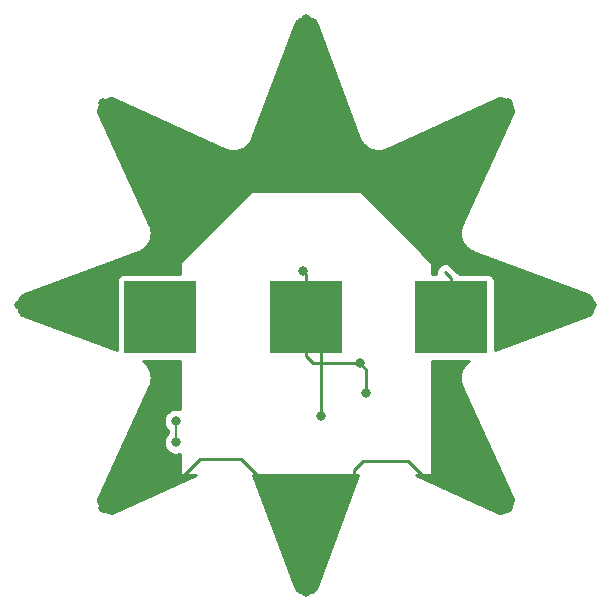
<source format=gbr>
G04 #@! TF.GenerationSoftware,KiCad,Pcbnew,5.1.7-a382d34a8~88~ubuntu20.04.1*
G04 #@! TF.CreationDate,2020-12-13T09:57:00-08:00*
G04 #@! TF.ProjectId,smd-sun,736d642d-7375-46e2-9e6b-696361645f70,rev?*
G04 #@! TF.SameCoordinates,Original*
G04 #@! TF.FileFunction,Copper,L2,Bot*
G04 #@! TF.FilePolarity,Positive*
%FSLAX46Y46*%
G04 Gerber Fmt 4.6, Leading zero omitted, Abs format (unit mm)*
G04 Created by KiCad (PCBNEW 5.1.7-a382d34a8~88~ubuntu20.04.1) date 2020-12-13 09:57:00*
%MOMM*%
%LPD*%
G01*
G04 APERTURE LIST*
G04 #@! TA.AperFunction,SMDPad,CuDef*
%ADD10R,6.070000X6.070000*%
G04 #@! TD*
G04 #@! TA.AperFunction,ViaPad*
%ADD11C,0.800000*%
G04 #@! TD*
G04 #@! TA.AperFunction,ViaPad*
%ADD12C,5.010000*%
G04 #@! TD*
G04 #@! TA.AperFunction,Conductor*
%ADD13C,0.250000*%
G04 #@! TD*
G04 #@! TA.AperFunction,Conductor*
%ADD14C,0.127000*%
G04 #@! TD*
G04 #@! TA.AperFunction,Conductor*
%ADD15C,0.254000*%
G04 #@! TD*
G04 #@! TA.AperFunction,Conductor*
%ADD16C,0.100000*%
G04 #@! TD*
G04 APERTURE END LIST*
D10*
X0Y-1016000D03*
X12330000Y-1016000D03*
X-12330000Y-1016000D03*
D11*
X0Y-508000D03*
X1270000Y-9398000D03*
X4572000Y-4918958D03*
X5105072Y-7443418D03*
X-244548Y2935990D03*
X12330000Y-1016000D03*
X-12330000Y-1016000D03*
X0Y24250000D03*
X0Y-24250000D03*
X24250000Y0D03*
X-24250000Y0D03*
X-17147000Y-17147000D03*
X17147000Y17147000D03*
X17147000Y-17147000D03*
X-17147000Y17147000D03*
X-2286000Y-15494000D03*
X9144000Y6604000D03*
X11181409Y-6646797D03*
D12*
X0Y17272000D03*
D11*
X16765070Y-2033070D03*
X-8972077Y6432077D03*
X-11000000Y-11600000D03*
X-11000000Y-9800000D03*
D13*
X1270000Y-2286000D02*
X0Y-1016000D01*
X1270000Y-9398000D02*
X1270000Y-2286000D01*
X5105072Y-7443418D02*
X5105072Y-5452030D01*
X5105072Y-5452030D02*
X4572000Y-4918958D01*
X0Y-4301000D02*
X617958Y-4918958D01*
X0Y-1016000D02*
X0Y-4301000D01*
X617958Y-4918958D02*
X4572000Y-4918958D01*
X0Y-1016000D02*
X0Y2691442D01*
X0Y2691442D02*
X-244548Y2935990D01*
X12330000Y-1016000D02*
X12330000Y2269000D01*
X12330000Y2269000D02*
X11805000Y2794000D01*
X4064000Y-14732000D02*
X4064000Y-13970000D01*
X8636000Y-13208000D02*
X9906000Y-14478000D01*
X4826000Y-13208000D02*
X8636000Y-13208000D01*
X4064000Y-13970000D02*
X4826000Y-13208000D01*
X-4064000Y-14478000D02*
X-4064000Y-14456297D01*
X-5470191Y-13050107D02*
X-8986107Y-13050107D01*
X-4064000Y-14456297D02*
X-5470191Y-13050107D01*
X-8986107Y-13050107D02*
X-10414000Y-14478000D01*
D14*
X-11000000Y-11600000D02*
X-11000000Y-9800000D01*
D15*
X857095Y-24017336D02*
X743509Y-24110637D01*
X513626Y-24233900D01*
X264173Y-24310165D01*
X4667Y-24336525D01*
X-255024Y-24311977D01*
X-504999Y-24237456D01*
X-735733Y-24115804D01*
X-856994Y-24017608D01*
X-4436970Y-14351000D01*
X4436969Y-14351000D01*
X857095Y-24017336D01*
G04 #@! TA.AperFunction,Conductor*
D16*
G36*
X857095Y-24017336D02*
G01*
X743509Y-24110637D01*
X513626Y-24233900D01*
X264173Y-24310165D01*
X4667Y-24336525D01*
X-255024Y-24311977D01*
X-504999Y-24237456D01*
X-735733Y-24115804D01*
X-856994Y-24017608D01*
X-4436970Y-14351000D01*
X4436969Y-14351000D01*
X857095Y-24017336D01*
G37*
G04 #@! TD.AperFunction*
D15*
X13805273Y-4695821D02*
X13797988Y-4701464D01*
X13633654Y-4830581D01*
X13590459Y-4871941D01*
X13546666Y-4912717D01*
X13540615Y-4919667D01*
X13404490Y-5078245D01*
X13370127Y-5127242D01*
X13335116Y-5175708D01*
X13330530Y-5183702D01*
X13227798Y-5365700D01*
X13203623Y-5420401D01*
X13178673Y-5474788D01*
X13175727Y-5483520D01*
X13110303Y-5682005D01*
X13097208Y-5740384D01*
X13083304Y-5798552D01*
X13082110Y-5807689D01*
X13056484Y-6015103D01*
X13054979Y-6074872D01*
X13052636Y-6134677D01*
X13053240Y-6143872D01*
X13068389Y-6352313D01*
X13078523Y-6411245D01*
X13087839Y-6470356D01*
X13090218Y-6479259D01*
X13134013Y-6638723D01*
X13136909Y-6659889D01*
X13168698Y-6751990D01*
X17588731Y-16376243D01*
X17574375Y-16522660D01*
X17498965Y-16772429D01*
X17376477Y-17002794D01*
X17211579Y-17204979D01*
X17010546Y-17371288D01*
X16781046Y-17495378D01*
X16531805Y-17572531D01*
X16376508Y-17588853D01*
X9326354Y-14351000D01*
X10555000Y-14351000D01*
X10579776Y-14348560D01*
X10603601Y-14341333D01*
X10625557Y-14329597D01*
X10644803Y-14313803D01*
X10660597Y-14294557D01*
X10672333Y-14272601D01*
X10679560Y-14248776D01*
X10682000Y-14224000D01*
X10682000Y-4689072D01*
X13816177Y-4689072D01*
X13805273Y-4695821D01*
G04 #@! TA.AperFunction,Conductor*
D16*
G36*
X13805273Y-4695821D02*
G01*
X13797988Y-4701464D01*
X13633654Y-4830581D01*
X13590459Y-4871941D01*
X13546666Y-4912717D01*
X13540615Y-4919667D01*
X13404490Y-5078245D01*
X13370127Y-5127242D01*
X13335116Y-5175708D01*
X13330530Y-5183702D01*
X13227798Y-5365700D01*
X13203623Y-5420401D01*
X13178673Y-5474788D01*
X13175727Y-5483520D01*
X13110303Y-5682005D01*
X13097208Y-5740384D01*
X13083304Y-5798552D01*
X13082110Y-5807689D01*
X13056484Y-6015103D01*
X13054979Y-6074872D01*
X13052636Y-6134677D01*
X13053240Y-6143872D01*
X13068389Y-6352313D01*
X13078523Y-6411245D01*
X13087839Y-6470356D01*
X13090218Y-6479259D01*
X13134013Y-6638723D01*
X13136909Y-6659889D01*
X13168698Y-6751990D01*
X17588731Y-16376243D01*
X17574375Y-16522660D01*
X17498965Y-16772429D01*
X17376477Y-17002794D01*
X17211579Y-17204979D01*
X17010546Y-17371288D01*
X16781046Y-17495378D01*
X16531805Y-17572531D01*
X16376508Y-17588853D01*
X9326354Y-14351000D01*
X10555000Y-14351000D01*
X10579776Y-14348560D01*
X10603601Y-14341333D01*
X10625557Y-14329597D01*
X10644803Y-14313803D01*
X10660597Y-14294557D01*
X10672333Y-14272601D01*
X10679560Y-14248776D01*
X10682000Y-14224000D01*
X10682000Y-4689072D01*
X13816177Y-4689072D01*
X13805273Y-4695821D01*
G37*
G04 #@! TD.AperFunction*
D15*
X-10682000Y-8811444D02*
X-10698102Y-8804774D01*
X-10898061Y-8765000D01*
X-11101939Y-8765000D01*
X-11301898Y-8804774D01*
X-11490256Y-8882795D01*
X-11659774Y-8996063D01*
X-11803937Y-9140226D01*
X-11917205Y-9309744D01*
X-11995226Y-9498102D01*
X-12035000Y-9698061D01*
X-12035000Y-9901939D01*
X-11995226Y-10101898D01*
X-11917205Y-10290256D01*
X-11803937Y-10459774D01*
X-11698499Y-10565212D01*
X-11698500Y-10834789D01*
X-11803937Y-10940226D01*
X-11917205Y-11109744D01*
X-11995226Y-11298102D01*
X-12035000Y-11498061D01*
X-12035000Y-11701939D01*
X-11995226Y-11901898D01*
X-11917205Y-12090256D01*
X-11803937Y-12259774D01*
X-11659774Y-12403937D01*
X-11490256Y-12517205D01*
X-11301898Y-12595226D01*
X-11101939Y-12635000D01*
X-10898061Y-12635000D01*
X-10698102Y-12595226D01*
X-10682000Y-12588556D01*
X-10682000Y-14224000D01*
X-10679560Y-14248776D01*
X-10672333Y-14272601D01*
X-10660597Y-14294557D01*
X-10644803Y-14313803D01*
X-10625557Y-14329597D01*
X-10603601Y-14341333D01*
X-10579776Y-14348560D01*
X-10555000Y-14351000D01*
X-9326355Y-14351000D01*
X-16376241Y-17588732D01*
X-16522660Y-17574375D01*
X-16772429Y-17498965D01*
X-17002794Y-17376477D01*
X-17204979Y-17211579D01*
X-17371288Y-17010546D01*
X-17495378Y-16781046D01*
X-17572531Y-16531805D01*
X-17588853Y-16376506D01*
X-13168698Y-6751992D01*
X-13136909Y-6659890D01*
X-13134519Y-6642425D01*
X-13087773Y-6467440D01*
X-13078052Y-6408446D01*
X-13067498Y-6349536D01*
X-13066830Y-6340345D01*
X-13053136Y-6131804D01*
X-13055060Y-6072022D01*
X-13056149Y-6012203D01*
X-13057279Y-6003067D01*
X-13057279Y-6003061D01*
X-13057280Y-6003056D01*
X-13084354Y-5795828D01*
X-13097843Y-5737601D01*
X-13110538Y-5679097D01*
X-13113423Y-5670345D01*
X-13180231Y-5472321D01*
X-13204788Y-5417790D01*
X-13228593Y-5362892D01*
X-13233123Y-5354868D01*
X-13337123Y-5173592D01*
X-13371813Y-5124856D01*
X-13405814Y-5075648D01*
X-13411816Y-5068656D01*
X-13549044Y-4911032D01*
X-13592512Y-4869988D01*
X-13635457Y-4828289D01*
X-13642704Y-4822596D01*
X-13807936Y-4694629D01*
X-13816775Y-4689072D01*
X-10682000Y-4689072D01*
X-10682000Y-8811444D01*
G04 #@! TA.AperFunction,Conductor*
D16*
G36*
X-10682000Y-8811444D02*
G01*
X-10698102Y-8804774D01*
X-10898061Y-8765000D01*
X-11101939Y-8765000D01*
X-11301898Y-8804774D01*
X-11490256Y-8882795D01*
X-11659774Y-8996063D01*
X-11803937Y-9140226D01*
X-11917205Y-9309744D01*
X-11995226Y-9498102D01*
X-12035000Y-9698061D01*
X-12035000Y-9901939D01*
X-11995226Y-10101898D01*
X-11917205Y-10290256D01*
X-11803937Y-10459774D01*
X-11698499Y-10565212D01*
X-11698500Y-10834789D01*
X-11803937Y-10940226D01*
X-11917205Y-11109744D01*
X-11995226Y-11298102D01*
X-12035000Y-11498061D01*
X-12035000Y-11701939D01*
X-11995226Y-11901898D01*
X-11917205Y-12090256D01*
X-11803937Y-12259774D01*
X-11659774Y-12403937D01*
X-11490256Y-12517205D01*
X-11301898Y-12595226D01*
X-11101939Y-12635000D01*
X-10898061Y-12635000D01*
X-10698102Y-12595226D01*
X-10682000Y-12588556D01*
X-10682000Y-14224000D01*
X-10679560Y-14248776D01*
X-10672333Y-14272601D01*
X-10660597Y-14294557D01*
X-10644803Y-14313803D01*
X-10625557Y-14329597D01*
X-10603601Y-14341333D01*
X-10579776Y-14348560D01*
X-10555000Y-14351000D01*
X-9326355Y-14351000D01*
X-16376241Y-17588732D01*
X-16522660Y-17574375D01*
X-16772429Y-17498965D01*
X-17002794Y-17376477D01*
X-17204979Y-17211579D01*
X-17371288Y-17010546D01*
X-17495378Y-16781046D01*
X-17572531Y-16531805D01*
X-17588853Y-16376506D01*
X-13168698Y-6751992D01*
X-13136909Y-6659890D01*
X-13134519Y-6642425D01*
X-13087773Y-6467440D01*
X-13078052Y-6408446D01*
X-13067498Y-6349536D01*
X-13066830Y-6340345D01*
X-13053136Y-6131804D01*
X-13055060Y-6072022D01*
X-13056149Y-6012203D01*
X-13057279Y-6003067D01*
X-13057279Y-6003061D01*
X-13057280Y-6003056D01*
X-13084354Y-5795828D01*
X-13097843Y-5737601D01*
X-13110538Y-5679097D01*
X-13113423Y-5670345D01*
X-13180231Y-5472321D01*
X-13204788Y-5417790D01*
X-13228593Y-5362892D01*
X-13233123Y-5354868D01*
X-13337123Y-5173592D01*
X-13371813Y-5124856D01*
X-13405814Y-5075648D01*
X-13411816Y-5068656D01*
X-13549044Y-4911032D01*
X-13592512Y-4869988D01*
X-13635457Y-4828289D01*
X-13642704Y-4822596D01*
X-13807936Y-4694629D01*
X-13816775Y-4689072D01*
X-10682000Y-4689072D01*
X-10682000Y-8811444D01*
G37*
G04 #@! TD.AperFunction*
D15*
X255023Y24311977D02*
X504998Y24237456D01*
X735736Y24115802D01*
X856995Y24017608D01*
X4515339Y14139386D01*
X4530969Y14107264D01*
X4533289Y14101078D01*
X4537409Y14092835D01*
X4550847Y14066412D01*
X4557970Y14051774D01*
X4558946Y14050488D01*
X4632149Y13906553D01*
X4664315Y13856173D01*
X4695821Y13805273D01*
X4701464Y13797988D01*
X4830581Y13633654D01*
X4871922Y13590479D01*
X4912716Y13546666D01*
X4919667Y13540615D01*
X5078245Y13404491D01*
X5127194Y13370161D01*
X5175708Y13335116D01*
X5183702Y13330530D01*
X5365700Y13227798D01*
X5420389Y13203628D01*
X5474788Y13178673D01*
X5483519Y13175727D01*
X5682005Y13110303D01*
X5740352Y13097216D01*
X5798552Y13083304D01*
X5807689Y13082110D01*
X6015103Y13056484D01*
X6074872Y13054979D01*
X6134677Y13052636D01*
X6143872Y13053240D01*
X6352313Y13068389D01*
X6411245Y13078523D01*
X6470356Y13087839D01*
X6479259Y13090218D01*
X6638723Y13134013D01*
X6659889Y13136909D01*
X6751990Y13168698D01*
X16376243Y17588731D01*
X16522659Y17574375D01*
X16772429Y17498965D01*
X17002792Y17376478D01*
X17204980Y17211578D01*
X17371286Y17010550D01*
X17495378Y16781046D01*
X17572531Y16531805D01*
X17588853Y16376508D01*
X13168698Y6751990D01*
X13136909Y6659889D01*
X13134519Y6642426D01*
X13087773Y6467440D01*
X13078052Y6408446D01*
X13067498Y6349536D01*
X13066830Y6340345D01*
X13053136Y6131804D01*
X13055060Y6072022D01*
X13056149Y6012203D01*
X13057279Y6003068D01*
X13057279Y6003061D01*
X13057280Y6003058D01*
X13084354Y5795828D01*
X13097843Y5737601D01*
X13110538Y5679097D01*
X13113423Y5670345D01*
X13180231Y5472321D01*
X13204794Y5417776D01*
X13228593Y5362893D01*
X13233123Y5354868D01*
X13337123Y5173592D01*
X13371813Y5124856D01*
X13405814Y5075648D01*
X13411816Y5068656D01*
X13549044Y4911032D01*
X13592532Y4869970D01*
X13635458Y4828289D01*
X13642704Y4822596D01*
X13807936Y4694629D01*
X13858573Y4662795D01*
X13908768Y4630251D01*
X13916982Y4626073D01*
X14048953Y4560111D01*
X14051774Y4557970D01*
X14139386Y4515340D01*
X24017337Y857095D01*
X24110638Y743508D01*
X24233900Y513625D01*
X24310165Y264177D01*
X24336525Y4667D01*
X24311977Y-255024D01*
X24237456Y-504999D01*
X24115804Y-735733D01*
X24017608Y-856994D01*
X16003072Y-3825134D01*
X16003072Y2019000D01*
X15990812Y2143482D01*
X15954502Y2263180D01*
X15895537Y2373494D01*
X15816185Y2470185D01*
X15719494Y2549537D01*
X15609180Y2608502D01*
X15489482Y2644812D01*
X15365000Y2657072D01*
X12984326Y2657072D01*
X12964974Y2693277D01*
X12893799Y2780003D01*
X12870001Y2809001D01*
X12841002Y2832800D01*
X12316002Y3357799D01*
X12229276Y3428974D01*
X12097246Y3499546D01*
X11953985Y3543002D01*
X11805000Y3557676D01*
X11656015Y3543002D01*
X11512754Y3499546D01*
X11380724Y3428974D01*
X11264999Y3334001D01*
X11170026Y3218276D01*
X11099454Y3086246D01*
X11055998Y2942985D01*
X11041324Y2794000D01*
X11054810Y2657072D01*
X10682000Y2657072D01*
X10682000Y3564000D01*
X10679560Y3588776D01*
X10672333Y3612601D01*
X10660597Y3634557D01*
X10644803Y3653803D01*
X4661803Y9636803D01*
X4642557Y9652597D01*
X4620601Y9664333D01*
X4596776Y9671560D01*
X4572000Y9674000D01*
X-4572000Y9674000D01*
X-4596776Y9671560D01*
X-4620601Y9664333D01*
X-4642557Y9652597D01*
X-4661803Y9636803D01*
X-10644803Y3653803D01*
X-10660597Y3634557D01*
X-10672333Y3612601D01*
X-10679560Y3588776D01*
X-10682000Y3564000D01*
X-10682000Y2657072D01*
X-15365000Y2657072D01*
X-15489482Y2644812D01*
X-15609180Y2608502D01*
X-15719494Y2549537D01*
X-15816185Y2470185D01*
X-15895537Y2373494D01*
X-15954502Y2263180D01*
X-15990812Y2143482D01*
X-16003072Y2019000D01*
X-16003072Y-3825133D01*
X-24017336Y-857095D01*
X-24110637Y-743509D01*
X-24233900Y-513626D01*
X-24310165Y-264173D01*
X-24336525Y-4667D01*
X-24311977Y255023D01*
X-24237456Y504998D01*
X-24115802Y735736D01*
X-24017608Y856995D01*
X-14169427Y4504213D01*
X-14169425Y4504214D01*
X-14169399Y4504224D01*
X-14139386Y4515339D01*
X-14107264Y4530969D01*
X-14101078Y4533289D01*
X-14092835Y4537409D01*
X-14066412Y4550847D01*
X-14051774Y4557970D01*
X-14050488Y4558946D01*
X-13906553Y4632149D01*
X-13856173Y4664315D01*
X-13805273Y4695821D01*
X-13797988Y4701464D01*
X-13633654Y4830581D01*
X-13590479Y4871922D01*
X-13546666Y4912716D01*
X-13540615Y4919667D01*
X-13404491Y5078245D01*
X-13370161Y5127194D01*
X-13335116Y5175708D01*
X-13330530Y5183702D01*
X-13227798Y5365700D01*
X-13203628Y5420389D01*
X-13178673Y5474788D01*
X-13175727Y5483519D01*
X-13110303Y5682005D01*
X-13097216Y5740352D01*
X-13083304Y5798552D01*
X-13082110Y5807689D01*
X-13056484Y6015103D01*
X-13054979Y6074872D01*
X-13052636Y6134677D01*
X-13053240Y6143872D01*
X-13068389Y6352312D01*
X-13078522Y6411239D01*
X-13087839Y6470356D01*
X-13090218Y6479259D01*
X-13134013Y6638723D01*
X-13136909Y6659890D01*
X-13168698Y6751992D01*
X-17588732Y16376241D01*
X-17574375Y16522659D01*
X-17498965Y16772429D01*
X-17376478Y17002792D01*
X-17211578Y17204980D01*
X-17010550Y17371286D01*
X-16781046Y17495378D01*
X-16531805Y17572531D01*
X-16376506Y17588853D01*
X-6751992Y13168698D01*
X-6659890Y13136909D01*
X-6642425Y13134519D01*
X-6467440Y13087773D01*
X-6408446Y13078052D01*
X-6349536Y13067498D01*
X-6340345Y13066830D01*
X-6131804Y13053136D01*
X-6072022Y13055060D01*
X-6012203Y13056149D01*
X-6003068Y13057279D01*
X-6003061Y13057279D01*
X-6003055Y13057280D01*
X-5795828Y13084354D01*
X-5737601Y13097843D01*
X-5679097Y13110538D01*
X-5670345Y13113423D01*
X-5472321Y13180231D01*
X-5417776Y13204794D01*
X-5362893Y13228593D01*
X-5354868Y13233123D01*
X-5173592Y13337123D01*
X-5124856Y13371813D01*
X-5075648Y13405814D01*
X-5068656Y13411816D01*
X-4911032Y13549044D01*
X-4869970Y13592532D01*
X-4828289Y13635458D01*
X-4822596Y13642704D01*
X-4694629Y13807936D01*
X-4662795Y13858573D01*
X-4630251Y13908768D01*
X-4626073Y13916982D01*
X-4560111Y14048953D01*
X-4557970Y14051774D01*
X-4515340Y14139386D01*
X-857095Y24017337D01*
X-743508Y24110638D01*
X-513625Y24233900D01*
X-264177Y24310165D01*
X-4667Y24336525D01*
X255023Y24311977D01*
G04 #@! TA.AperFunction,Conductor*
D16*
G36*
X255023Y24311977D02*
G01*
X504998Y24237456D01*
X735736Y24115802D01*
X856995Y24017608D01*
X4515339Y14139386D01*
X4530969Y14107264D01*
X4533289Y14101078D01*
X4537409Y14092835D01*
X4550847Y14066412D01*
X4557970Y14051774D01*
X4558946Y14050488D01*
X4632149Y13906553D01*
X4664315Y13856173D01*
X4695821Y13805273D01*
X4701464Y13797988D01*
X4830581Y13633654D01*
X4871922Y13590479D01*
X4912716Y13546666D01*
X4919667Y13540615D01*
X5078245Y13404491D01*
X5127194Y13370161D01*
X5175708Y13335116D01*
X5183702Y13330530D01*
X5365700Y13227798D01*
X5420389Y13203628D01*
X5474788Y13178673D01*
X5483519Y13175727D01*
X5682005Y13110303D01*
X5740352Y13097216D01*
X5798552Y13083304D01*
X5807689Y13082110D01*
X6015103Y13056484D01*
X6074872Y13054979D01*
X6134677Y13052636D01*
X6143872Y13053240D01*
X6352313Y13068389D01*
X6411245Y13078523D01*
X6470356Y13087839D01*
X6479259Y13090218D01*
X6638723Y13134013D01*
X6659889Y13136909D01*
X6751990Y13168698D01*
X16376243Y17588731D01*
X16522659Y17574375D01*
X16772429Y17498965D01*
X17002792Y17376478D01*
X17204980Y17211578D01*
X17371286Y17010550D01*
X17495378Y16781046D01*
X17572531Y16531805D01*
X17588853Y16376508D01*
X13168698Y6751990D01*
X13136909Y6659889D01*
X13134519Y6642426D01*
X13087773Y6467440D01*
X13078052Y6408446D01*
X13067498Y6349536D01*
X13066830Y6340345D01*
X13053136Y6131804D01*
X13055060Y6072022D01*
X13056149Y6012203D01*
X13057279Y6003068D01*
X13057279Y6003061D01*
X13057280Y6003058D01*
X13084354Y5795828D01*
X13097843Y5737601D01*
X13110538Y5679097D01*
X13113423Y5670345D01*
X13180231Y5472321D01*
X13204794Y5417776D01*
X13228593Y5362893D01*
X13233123Y5354868D01*
X13337123Y5173592D01*
X13371813Y5124856D01*
X13405814Y5075648D01*
X13411816Y5068656D01*
X13549044Y4911032D01*
X13592532Y4869970D01*
X13635458Y4828289D01*
X13642704Y4822596D01*
X13807936Y4694629D01*
X13858573Y4662795D01*
X13908768Y4630251D01*
X13916982Y4626073D01*
X14048953Y4560111D01*
X14051774Y4557970D01*
X14139386Y4515340D01*
X24017337Y857095D01*
X24110638Y743508D01*
X24233900Y513625D01*
X24310165Y264177D01*
X24336525Y4667D01*
X24311977Y-255024D01*
X24237456Y-504999D01*
X24115804Y-735733D01*
X24017608Y-856994D01*
X16003072Y-3825134D01*
X16003072Y2019000D01*
X15990812Y2143482D01*
X15954502Y2263180D01*
X15895537Y2373494D01*
X15816185Y2470185D01*
X15719494Y2549537D01*
X15609180Y2608502D01*
X15489482Y2644812D01*
X15365000Y2657072D01*
X12984326Y2657072D01*
X12964974Y2693277D01*
X12893799Y2780003D01*
X12870001Y2809001D01*
X12841002Y2832800D01*
X12316002Y3357799D01*
X12229276Y3428974D01*
X12097246Y3499546D01*
X11953985Y3543002D01*
X11805000Y3557676D01*
X11656015Y3543002D01*
X11512754Y3499546D01*
X11380724Y3428974D01*
X11264999Y3334001D01*
X11170026Y3218276D01*
X11099454Y3086246D01*
X11055998Y2942985D01*
X11041324Y2794000D01*
X11054810Y2657072D01*
X10682000Y2657072D01*
X10682000Y3564000D01*
X10679560Y3588776D01*
X10672333Y3612601D01*
X10660597Y3634557D01*
X10644803Y3653803D01*
X4661803Y9636803D01*
X4642557Y9652597D01*
X4620601Y9664333D01*
X4596776Y9671560D01*
X4572000Y9674000D01*
X-4572000Y9674000D01*
X-4596776Y9671560D01*
X-4620601Y9664333D01*
X-4642557Y9652597D01*
X-4661803Y9636803D01*
X-10644803Y3653803D01*
X-10660597Y3634557D01*
X-10672333Y3612601D01*
X-10679560Y3588776D01*
X-10682000Y3564000D01*
X-10682000Y2657072D01*
X-15365000Y2657072D01*
X-15489482Y2644812D01*
X-15609180Y2608502D01*
X-15719494Y2549537D01*
X-15816185Y2470185D01*
X-15895537Y2373494D01*
X-15954502Y2263180D01*
X-15990812Y2143482D01*
X-16003072Y2019000D01*
X-16003072Y-3825133D01*
X-24017336Y-857095D01*
X-24110637Y-743509D01*
X-24233900Y-513626D01*
X-24310165Y-264173D01*
X-24336525Y-4667D01*
X-24311977Y255023D01*
X-24237456Y504998D01*
X-24115802Y735736D01*
X-24017608Y856995D01*
X-14169427Y4504213D01*
X-14169425Y4504214D01*
X-14169399Y4504224D01*
X-14139386Y4515339D01*
X-14107264Y4530969D01*
X-14101078Y4533289D01*
X-14092835Y4537409D01*
X-14066412Y4550847D01*
X-14051774Y4557970D01*
X-14050488Y4558946D01*
X-13906553Y4632149D01*
X-13856173Y4664315D01*
X-13805273Y4695821D01*
X-13797988Y4701464D01*
X-13633654Y4830581D01*
X-13590479Y4871922D01*
X-13546666Y4912716D01*
X-13540615Y4919667D01*
X-13404491Y5078245D01*
X-13370161Y5127194D01*
X-13335116Y5175708D01*
X-13330530Y5183702D01*
X-13227798Y5365700D01*
X-13203628Y5420389D01*
X-13178673Y5474788D01*
X-13175727Y5483519D01*
X-13110303Y5682005D01*
X-13097216Y5740352D01*
X-13083304Y5798552D01*
X-13082110Y5807689D01*
X-13056484Y6015103D01*
X-13054979Y6074872D01*
X-13052636Y6134677D01*
X-13053240Y6143872D01*
X-13068389Y6352312D01*
X-13078522Y6411239D01*
X-13087839Y6470356D01*
X-13090218Y6479259D01*
X-13134013Y6638723D01*
X-13136909Y6659890D01*
X-13168698Y6751992D01*
X-17588732Y16376241D01*
X-17574375Y16522659D01*
X-17498965Y16772429D01*
X-17376478Y17002792D01*
X-17211578Y17204980D01*
X-17010550Y17371286D01*
X-16781046Y17495378D01*
X-16531805Y17572531D01*
X-16376506Y17588853D01*
X-6751992Y13168698D01*
X-6659890Y13136909D01*
X-6642425Y13134519D01*
X-6467440Y13087773D01*
X-6408446Y13078052D01*
X-6349536Y13067498D01*
X-6340345Y13066830D01*
X-6131804Y13053136D01*
X-6072022Y13055060D01*
X-6012203Y13056149D01*
X-6003068Y13057279D01*
X-6003061Y13057279D01*
X-6003055Y13057280D01*
X-5795828Y13084354D01*
X-5737601Y13097843D01*
X-5679097Y13110538D01*
X-5670345Y13113423D01*
X-5472321Y13180231D01*
X-5417776Y13204794D01*
X-5362893Y13228593D01*
X-5354868Y13233123D01*
X-5173592Y13337123D01*
X-5124856Y13371813D01*
X-5075648Y13405814D01*
X-5068656Y13411816D01*
X-4911032Y13549044D01*
X-4869970Y13592532D01*
X-4828289Y13635458D01*
X-4822596Y13642704D01*
X-4694629Y13807936D01*
X-4662795Y13858573D01*
X-4630251Y13908768D01*
X-4626073Y13916982D01*
X-4560111Y14048953D01*
X-4557970Y14051774D01*
X-4515340Y14139386D01*
X-857095Y24017337D01*
X-743508Y24110638D01*
X-513625Y24233900D01*
X-264177Y24310165D01*
X-4667Y24336525D01*
X255023Y24311977D01*
G37*
G04 #@! TD.AperFunction*
M02*

</source>
